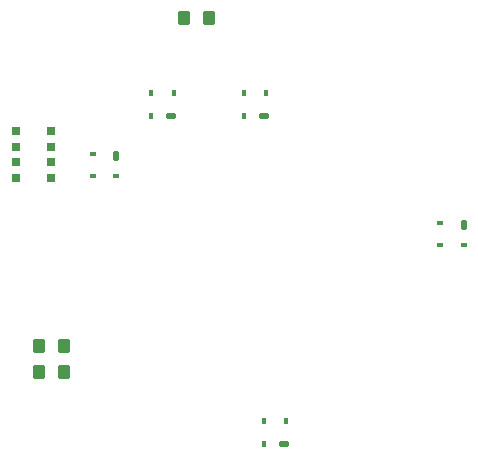
<source format=gbr>
%TF.GenerationSoftware,KiCad,Pcbnew,8.0.1*%
%TF.CreationDate,2024-05-22T13:21:10+02:00*%
%TF.ProjectId,FRDM-MCXx_Shield,4652444d-2d4d-4435-9878-5f536869656c,V2.0*%
%TF.SameCoordinates,Original*%
%TF.FileFunction,Paste,Bot*%
%TF.FilePolarity,Positive*%
%FSLAX46Y46*%
G04 Gerber Fmt 4.6, Leading zero omitted, Abs format (unit mm)*
G04 Created by KiCad (PCBNEW 8.0.1) date 2024-05-22 13:21:10*
%MOMM*%
%LPD*%
G01*
G04 APERTURE LIST*
G04 Aperture macros list*
%AMRoundRect*
0 Rectangle with rounded corners*
0 $1 Rounding radius*
0 $2 $3 $4 $5 $6 $7 $8 $9 X,Y pos of 4 corners*
0 Add a 4 corners polygon primitive as box body*
4,1,4,$2,$3,$4,$5,$6,$7,$8,$9,$2,$3,0*
0 Add four circle primitives for the rounded corners*
1,1,$1+$1,$2,$3*
1,1,$1+$1,$4,$5*
1,1,$1+$1,$6,$7*
1,1,$1+$1,$8,$9*
0 Add four rect primitives between the rounded corners*
20,1,$1+$1,$2,$3,$4,$5,0*
20,1,$1+$1,$4,$5,$6,$7,0*
20,1,$1+$1,$6,$7,$8,$9,0*
20,1,$1+$1,$8,$9,$2,$3,0*%
G04 Aperture macros list end*
%ADD10RoundRect,0.125000X0.275000X-0.125000X0.275000X0.125000X-0.275000X0.125000X-0.275000X-0.125000X0*%
%ADD11RoundRect,0.100000X0.100000X-0.150000X0.100000X0.150000X-0.100000X0.150000X-0.100000X-0.150000X0*%
%ADD12RoundRect,0.125000X0.125000X0.275000X-0.125000X0.275000X-0.125000X-0.275000X0.125000X-0.275000X0*%
%ADD13RoundRect,0.100000X0.150000X0.100000X-0.150000X0.100000X-0.150000X-0.100000X0.150000X-0.100000X0*%
%ADD14R,0.700000X0.700000*%
%ADD15RoundRect,0.207447X0.280053X0.417553X-0.280053X0.417553X-0.280053X-0.417553X0.280053X-0.417553X0*%
G04 APERTURE END LIST*
D10*
%TO.C,D9*%
X144757500Y-81000000D03*
D11*
X143057500Y-81000000D03*
X143057500Y-79000000D03*
X144957500Y-79000000D03*
%TD*%
D12*
%TO.C,D12*%
X169530000Y-90180000D03*
D13*
X169530000Y-91880000D03*
X167530000Y-91880000D03*
X167530000Y-89980000D03*
%TD*%
D12*
%TO.C,D11*%
X140090000Y-84380000D03*
D13*
X140090000Y-86080000D03*
X138090000Y-86080000D03*
X138090000Y-84180000D03*
%TD*%
D14*
%TO.C,RN1*%
X134570000Y-82230000D03*
X134570000Y-83570000D03*
X134570000Y-84890000D03*
X134570000Y-86230000D03*
X131570000Y-86230000D03*
X131570000Y-84890000D03*
X131570000Y-83570000D03*
X131570000Y-82230000D03*
%TD*%
D15*
%TO.C,C9*%
X147927500Y-72650000D03*
X145852500Y-72650000D03*
%TD*%
D10*
%TO.C,D10*%
X152580000Y-80990000D03*
D11*
X150880000Y-80990000D03*
X150880000Y-78990000D03*
X152780000Y-78990000D03*
%TD*%
D10*
%TO.C,D13*%
X154310000Y-108740000D03*
D11*
X152610000Y-108740000D03*
X152610000Y-106740000D03*
X154510000Y-106740000D03*
%TD*%
D15*
%TO.C,C10*%
X135637500Y-102600000D03*
X133562500Y-102600000D03*
%TD*%
%TO.C,C11*%
X135667500Y-100450000D03*
X133592500Y-100450000D03*
%TD*%
M02*

</source>
